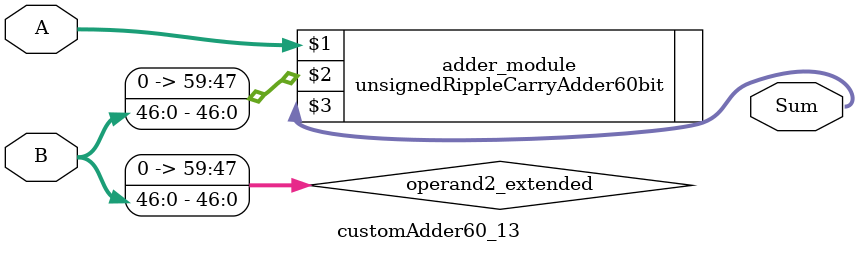
<source format=v>
module customAdder60_13(
                        input [59 : 0] A,
                        input [46 : 0] B,
                        
                        output [60 : 0] Sum
                );

        wire [59 : 0] operand2_extended;
        
        assign operand2_extended =  {13'b0, B};
        
        unsignedRippleCarryAdder60bit adder_module(
            A,
            operand2_extended,
            Sum
        );
        
        endmodule
        
</source>
